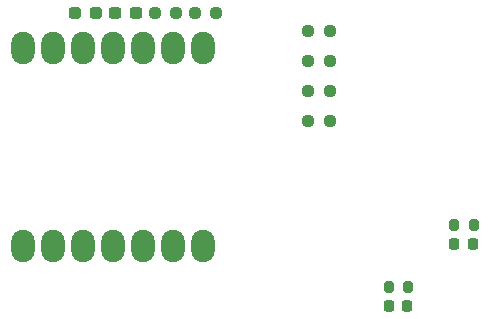
<source format=gbr>
%TF.GenerationSoftware,KiCad,Pcbnew,7.0.5*%
%TF.CreationDate,2023-07-11T15:00:58-04:00*%
%TF.ProjectId,StepperMotor_module_V2_XIAO_RP2040,53746570-7065-4724-9d6f-746f725f6d6f,rev?*%
%TF.SameCoordinates,Original*%
%TF.FileFunction,Paste,Top*%
%TF.FilePolarity,Positive*%
%FSLAX46Y46*%
G04 Gerber Fmt 4.6, Leading zero omitted, Abs format (unit mm)*
G04 Created by KiCad (PCBNEW 7.0.5) date 2023-07-11 15:00:58*
%MOMM*%
%LPD*%
G01*
G04 APERTURE LIST*
G04 Aperture macros list*
%AMRoundRect*
0 Rectangle with rounded corners*
0 $1 Rounding radius*
0 $2 $3 $4 $5 $6 $7 $8 $9 X,Y pos of 4 corners*
0 Add a 4 corners polygon primitive as box body*
4,1,4,$2,$3,$4,$5,$6,$7,$8,$9,$2,$3,0*
0 Add four circle primitives for the rounded corners*
1,1,$1+$1,$2,$3*
1,1,$1+$1,$4,$5*
1,1,$1+$1,$6,$7*
1,1,$1+$1,$8,$9*
0 Add four rect primitives between the rounded corners*
20,1,$1+$1,$2,$3,$4,$5,0*
20,1,$1+$1,$4,$5,$6,$7,0*
20,1,$1+$1,$6,$7,$8,$9,0*
20,1,$1+$1,$8,$9,$2,$3,0*%
G04 Aperture macros list end*
%ADD10RoundRect,0.237500X0.250000X0.237500X-0.250000X0.237500X-0.250000X-0.237500X0.250000X-0.237500X0*%
%ADD11RoundRect,1.000000X0.000000X-0.375000X0.000000X0.375000X0.000000X0.375000X0.000000X-0.375000X0*%
%ADD12RoundRect,0.237500X-0.250000X-0.237500X0.250000X-0.237500X0.250000X0.237500X-0.250000X0.237500X0*%
%ADD13RoundRect,0.218750X0.218750X0.256250X-0.218750X0.256250X-0.218750X-0.256250X0.218750X-0.256250X0*%
%ADD14RoundRect,0.237500X-0.287500X-0.237500X0.287500X-0.237500X0.287500X0.237500X-0.287500X0.237500X0*%
%ADD15RoundRect,0.200000X0.200000X0.275000X-0.200000X0.275000X-0.200000X-0.275000X0.200000X-0.275000X0*%
%ADD16RoundRect,0.237500X0.300000X0.237500X-0.300000X0.237500X-0.300000X-0.237500X0.300000X-0.237500X0*%
G04 APERTURE END LIST*
D10*
%TO.C,R11*%
X141712500Y-62750000D03*
X139887500Y-62750000D03*
%TD*%
D11*
%TO.C,U1*%
X125399250Y-82460500D03*
X127939250Y-82460500D03*
X130479250Y-82460500D03*
X133019250Y-82460500D03*
X135559250Y-82460500D03*
X138099250Y-82460500D03*
X140639250Y-82460500D03*
X140639250Y-65660500D03*
X138099250Y-65660500D03*
X135559250Y-65660500D03*
X133019250Y-65660500D03*
X130479250Y-65660500D03*
X127939250Y-65660500D03*
X125399250Y-65660500D03*
%TD*%
D12*
%TO.C,R1*%
X149487500Y-64200000D03*
X151312500Y-64200000D03*
%TD*%
%TO.C,R12*%
X136504166Y-62750000D03*
X138329166Y-62750000D03*
%TD*%
%TO.C,R4*%
X149487500Y-71850000D03*
X151312500Y-71850000D03*
%TD*%
D13*
%TO.C,D1*%
X161862500Y-82283333D03*
X163437500Y-82283333D03*
%TD*%
D14*
%TO.C,D2*%
X129775000Y-62750000D03*
X131525000Y-62750000D03*
%TD*%
D15*
%TO.C,R10*%
X157965000Y-85916666D03*
X156315000Y-85916666D03*
%TD*%
%TO.C,R8*%
X161865000Y-80700000D03*
X163515000Y-80700000D03*
%TD*%
D13*
%TO.C,D4*%
X157887500Y-87500000D03*
X156312500Y-87500000D03*
%TD*%
D16*
%TO.C,C2*%
X134895833Y-62750000D03*
X133170833Y-62750000D03*
%TD*%
D12*
%TO.C,R3*%
X149487500Y-69300000D03*
X151312500Y-69300000D03*
%TD*%
%TO.C,R2*%
X149487500Y-66750000D03*
X151312500Y-66750000D03*
%TD*%
M02*

</source>
